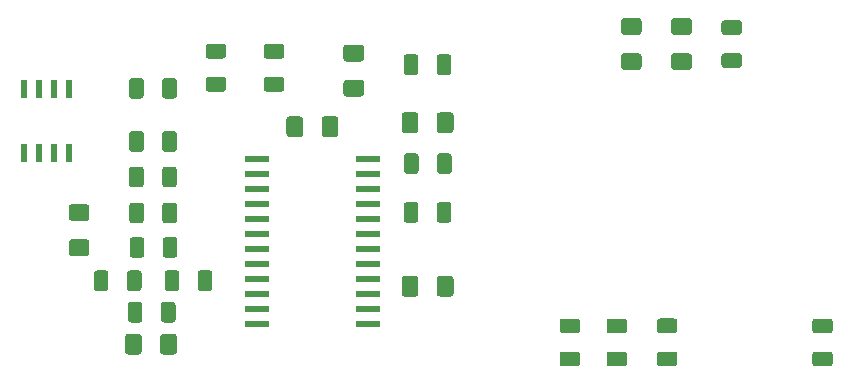
<source format=gtp>
%TF.GenerationSoftware,KiCad,Pcbnew,(5.99.0-1296-g952e7a5fb)*%
%TF.CreationDate,2020-06-12T12:12:59+03:00*%
%TF.ProjectId,TeemoWB,5465656d-6f57-4422-9e6b-696361645f70,1.0*%
%TF.SameCoordinates,Original*%
%TF.FileFunction,Paste,Top*%
%TF.FilePolarity,Positive*%
%FSLAX46Y46*%
G04 Gerber Fmt 4.6, Leading zero omitted, Abs format (unit mm)*
G04 Created by KiCad (PCBNEW (5.99.0-1296-g952e7a5fb)) date 2020-06-12 12:12:59*
%MOMM*%
%LPD*%
G01*
G04 APERTURE LIST*
%ADD10R,2.000000X0.600000*%
%ADD11R,0.600000X1.550000*%
G04 APERTURE END LIST*
D10*
%TO.C,U1*%
X115200000Y-77265000D03*
X115200000Y-78535000D03*
X115200000Y-79805000D03*
X115200000Y-81075000D03*
X115200000Y-82345000D03*
X115200000Y-83615000D03*
X115200000Y-84885000D03*
X115200000Y-86155000D03*
X115200000Y-87425000D03*
X115200000Y-88695000D03*
X115200000Y-89965000D03*
X115200000Y-91235000D03*
X105800000Y-91235000D03*
X105800000Y-89965000D03*
X105800000Y-88695000D03*
X105800000Y-87425000D03*
X105800000Y-86155000D03*
X105800000Y-84885000D03*
X105800000Y-83615000D03*
X105800000Y-82345000D03*
X105800000Y-81075000D03*
X105800000Y-79805000D03*
X105800000Y-78535000D03*
X105800000Y-77265000D03*
%TD*%
%TO.C,R18*%
G36*
G01*
X145375000Y-68275000D02*
X146625000Y-68275000D01*
G75*
G02*
X146875000Y-68525000I0J-250000D01*
G01*
X146875000Y-69275000D01*
G75*
G02*
X146625000Y-69525000I-250000J0D01*
G01*
X145375000Y-69525000D01*
G75*
G02*
X145125000Y-69275000I0J250000D01*
G01*
X145125000Y-68525000D01*
G75*
G02*
X145375000Y-68275000I250000J0D01*
G01*
G37*
G36*
G01*
X145375000Y-65475000D02*
X146625000Y-65475000D01*
G75*
G02*
X146875000Y-65725000I0J-250000D01*
G01*
X146875000Y-66475000D01*
G75*
G02*
X146625000Y-66725000I-250000J0D01*
G01*
X145375000Y-66725000D01*
G75*
G02*
X145125000Y-66475000I0J250000D01*
G01*
X145125000Y-65725000D01*
G75*
G02*
X145375000Y-65475000I250000J0D01*
G01*
G37*
%TD*%
%TO.C,R17*%
G36*
G01*
X135656613Y-93541177D02*
X136906613Y-93541177D01*
G75*
G02*
X137156613Y-93791177I0J-250000D01*
G01*
X137156613Y-94541177D01*
G75*
G02*
X136906613Y-94791177I-250000J0D01*
G01*
X135656613Y-94791177D01*
G75*
G02*
X135406613Y-94541177I0J250000D01*
G01*
X135406613Y-93791177D01*
G75*
G02*
X135656613Y-93541177I250000J0D01*
G01*
G37*
G36*
G01*
X135656613Y-90741177D02*
X136906613Y-90741177D01*
G75*
G02*
X137156613Y-90991177I0J-250000D01*
G01*
X137156613Y-91741177D01*
G75*
G02*
X136906613Y-91991177I-250000J0D01*
G01*
X135656613Y-91991177D01*
G75*
G02*
X135406613Y-91741177I0J250000D01*
G01*
X135406613Y-90991177D01*
G75*
G02*
X135656613Y-90741177I250000J0D01*
G01*
G37*
%TD*%
%TO.C,R16*%
G36*
G01*
X139907008Y-93533138D02*
X141157008Y-93533138D01*
G75*
G02*
X141407008Y-93783138I0J-250000D01*
G01*
X141407008Y-94533138D01*
G75*
G02*
X141157008Y-94783138I-250000J0D01*
G01*
X139907008Y-94783138D01*
G75*
G02*
X139657008Y-94533138I0J250000D01*
G01*
X139657008Y-93783138D01*
G75*
G02*
X139907008Y-93533138I250000J0D01*
G01*
G37*
G36*
G01*
X139907008Y-90733138D02*
X141157008Y-90733138D01*
G75*
G02*
X141407008Y-90983138I0J-250000D01*
G01*
X141407008Y-91733138D01*
G75*
G02*
X141157008Y-91983138I-250000J0D01*
G01*
X139907008Y-91983138D01*
G75*
G02*
X139657008Y-91733138I0J250000D01*
G01*
X139657008Y-90983138D01*
G75*
G02*
X139907008Y-90733138I250000J0D01*
G01*
G37*
%TD*%
%TO.C,R15*%
G36*
G01*
X101705914Y-70275000D02*
X102955914Y-70275000D01*
G75*
G02*
X103205914Y-70525000I0J-250000D01*
G01*
X103205914Y-71275000D01*
G75*
G02*
X102955914Y-71525000I-250000J0D01*
G01*
X101705914Y-71525000D01*
G75*
G02*
X101455914Y-71275000I0J250000D01*
G01*
X101455914Y-70525000D01*
G75*
G02*
X101705914Y-70275000I250000J0D01*
G01*
G37*
G36*
G01*
X101705914Y-67475000D02*
X102955914Y-67475000D01*
G75*
G02*
X103205914Y-67725000I0J-250000D01*
G01*
X103205914Y-68475000D01*
G75*
G02*
X102955914Y-68725000I-250000J0D01*
G01*
X101705914Y-68725000D01*
G75*
G02*
X101455914Y-68475000I0J250000D01*
G01*
X101455914Y-67725000D01*
G75*
G02*
X101705914Y-67475000I250000J0D01*
G01*
G37*
%TD*%
%TO.C,R14*%
G36*
G01*
X107875000Y-68725000D02*
X106625000Y-68725000D01*
G75*
G02*
X106375000Y-68475000I0J250000D01*
G01*
X106375000Y-67725000D01*
G75*
G02*
X106625000Y-67475000I250000J0D01*
G01*
X107875000Y-67475000D01*
G75*
G02*
X108125000Y-67725000I0J-250000D01*
G01*
X108125000Y-68475000D01*
G75*
G02*
X107875000Y-68725000I-250000J0D01*
G01*
G37*
G36*
G01*
X107875000Y-71525000D02*
X106625000Y-71525000D01*
G75*
G02*
X106375000Y-71275000I0J250000D01*
G01*
X106375000Y-70525000D01*
G75*
G02*
X106625000Y-70275000I250000J0D01*
G01*
X107875000Y-70275000D01*
G75*
G02*
X108125000Y-70525000I0J-250000D01*
G01*
X108125000Y-71275000D01*
G75*
G02*
X107875000Y-71525000I-250000J0D01*
G01*
G37*
%TD*%
%TO.C,R13*%
G36*
G01*
X121025000Y-69875000D02*
X121025000Y-68625000D01*
G75*
G02*
X121275000Y-68375000I250000J0D01*
G01*
X122025000Y-68375000D01*
G75*
G02*
X122275000Y-68625000I0J-250000D01*
G01*
X122275000Y-69875000D01*
G75*
G02*
X122025000Y-70125000I-250000J0D01*
G01*
X121275000Y-70125000D01*
G75*
G02*
X121025000Y-69875000I0J250000D01*
G01*
G37*
G36*
G01*
X118225000Y-69875000D02*
X118225000Y-68625000D01*
G75*
G02*
X118475000Y-68375000I250000J0D01*
G01*
X119225000Y-68375000D01*
G75*
G02*
X119475000Y-68625000I0J-250000D01*
G01*
X119475000Y-69875000D01*
G75*
G02*
X119225000Y-70125000I-250000J0D01*
G01*
X118475000Y-70125000D01*
G75*
G02*
X118225000Y-69875000I0J250000D01*
G01*
G37*
%TD*%
%TO.C,R12*%
G36*
G01*
X153059200Y-93536365D02*
X154309200Y-93536365D01*
G75*
G02*
X154559200Y-93786365I0J-250000D01*
G01*
X154559200Y-94536365D01*
G75*
G02*
X154309200Y-94786365I-250000J0D01*
G01*
X153059200Y-94786365D01*
G75*
G02*
X152809200Y-94536365I0J250000D01*
G01*
X152809200Y-93786365D01*
G75*
G02*
X153059200Y-93536365I250000J0D01*
G01*
G37*
G36*
G01*
X153059200Y-90736365D02*
X154309200Y-90736365D01*
G75*
G02*
X154559200Y-90986365I0J-250000D01*
G01*
X154559200Y-91736365D01*
G75*
G02*
X154309200Y-91986365I-250000J0D01*
G01*
X153059200Y-91986365D01*
G75*
G02*
X152809200Y-91736365I0J250000D01*
G01*
X152809200Y-90986365D01*
G75*
G02*
X153059200Y-90736365I250000J0D01*
G01*
G37*
%TD*%
%TO.C,R11*%
G36*
G01*
X131683368Y-93536928D02*
X132933368Y-93536928D01*
G75*
G02*
X133183368Y-93786928I0J-250000D01*
G01*
X133183368Y-94536928D01*
G75*
G02*
X132933368Y-94786928I-250000J0D01*
G01*
X131683368Y-94786928D01*
G75*
G02*
X131433368Y-94536928I0J250000D01*
G01*
X131433368Y-93786928D01*
G75*
G02*
X131683368Y-93536928I250000J0D01*
G01*
G37*
G36*
G01*
X131683368Y-90736928D02*
X132933368Y-90736928D01*
G75*
G02*
X133183368Y-90986928I0J-250000D01*
G01*
X133183368Y-91736928D01*
G75*
G02*
X132933368Y-91986928I-250000J0D01*
G01*
X131683368Y-91986928D01*
G75*
G02*
X131433368Y-91736928I0J250000D01*
G01*
X131433368Y-90986928D01*
G75*
G02*
X131683368Y-90736928I250000J0D01*
G01*
G37*
%TD*%
%TO.C,R10*%
G36*
G01*
X97775000Y-71875000D02*
X97775000Y-70625000D01*
G75*
G02*
X98025000Y-70375000I250000J0D01*
G01*
X98775000Y-70375000D01*
G75*
G02*
X99025000Y-70625000I0J-250000D01*
G01*
X99025000Y-71875000D01*
G75*
G02*
X98775000Y-72125000I-250000J0D01*
G01*
X98025000Y-72125000D01*
G75*
G02*
X97775000Y-71875000I0J250000D01*
G01*
G37*
G36*
G01*
X94975000Y-71875000D02*
X94975000Y-70625000D01*
G75*
G02*
X95225000Y-70375000I250000J0D01*
G01*
X95975000Y-70375000D01*
G75*
G02*
X96225000Y-70625000I0J-250000D01*
G01*
X96225000Y-71875000D01*
G75*
G02*
X95975000Y-72125000I-250000J0D01*
G01*
X95225000Y-72125000D01*
G75*
G02*
X94975000Y-71875000I0J250000D01*
G01*
G37*
%TD*%
%TO.C,R9*%
G36*
G01*
X96240068Y-81174354D02*
X96240068Y-82424354D01*
G75*
G02*
X95990068Y-82674354I-250000J0D01*
G01*
X95240068Y-82674354D01*
G75*
G02*
X94990068Y-82424354I0J250000D01*
G01*
X94990068Y-81174354D01*
G75*
G02*
X95240068Y-80924354I250000J0D01*
G01*
X95990068Y-80924354D01*
G75*
G02*
X96240068Y-81174354I0J-250000D01*
G01*
G37*
G36*
G01*
X99040068Y-81174354D02*
X99040068Y-82424354D01*
G75*
G02*
X98790068Y-82674354I-250000J0D01*
G01*
X98040068Y-82674354D01*
G75*
G02*
X97790068Y-82424354I0J250000D01*
G01*
X97790068Y-81174354D01*
G75*
G02*
X98040068Y-80924354I250000J0D01*
G01*
X98790068Y-80924354D01*
G75*
G02*
X99040068Y-81174354I0J-250000D01*
G01*
G37*
%TD*%
%TO.C,R8*%
G36*
G01*
X96276870Y-84090751D02*
X96276870Y-85340751D01*
G75*
G02*
X96026870Y-85590751I-250000J0D01*
G01*
X95276870Y-85590751D01*
G75*
G02*
X95026870Y-85340751I0J250000D01*
G01*
X95026870Y-84090751D01*
G75*
G02*
X95276870Y-83840751I250000J0D01*
G01*
X96026870Y-83840751D01*
G75*
G02*
X96276870Y-84090751I0J-250000D01*
G01*
G37*
G36*
G01*
X99076870Y-84090751D02*
X99076870Y-85340751D01*
G75*
G02*
X98826870Y-85590751I-250000J0D01*
G01*
X98076870Y-85590751D01*
G75*
G02*
X97826870Y-85340751I0J250000D01*
G01*
X97826870Y-84090751D01*
G75*
G02*
X98076870Y-83840751I250000J0D01*
G01*
X98826870Y-83840751D01*
G75*
G02*
X99076870Y-84090751I0J-250000D01*
G01*
G37*
%TD*%
%TO.C,R7*%
G36*
G01*
X121051691Y-78241380D02*
X121051691Y-76991380D01*
G75*
G02*
X121301691Y-76741380I250000J0D01*
G01*
X122051691Y-76741380D01*
G75*
G02*
X122301691Y-76991380I0J-250000D01*
G01*
X122301691Y-78241380D01*
G75*
G02*
X122051691Y-78491380I-250000J0D01*
G01*
X121301691Y-78491380D01*
G75*
G02*
X121051691Y-78241380I0J250000D01*
G01*
G37*
G36*
G01*
X118251691Y-78241380D02*
X118251691Y-76991380D01*
G75*
G02*
X118501691Y-76741380I250000J0D01*
G01*
X119251691Y-76741380D01*
G75*
G02*
X119501691Y-76991380I0J-250000D01*
G01*
X119501691Y-78241380D01*
G75*
G02*
X119251691Y-78491380I-250000J0D01*
G01*
X118501691Y-78491380D01*
G75*
G02*
X118251691Y-78241380I0J250000D01*
G01*
G37*
%TD*%
%TO.C,R6*%
G36*
G01*
X97775000Y-79377972D02*
X97775000Y-78127972D01*
G75*
G02*
X98025000Y-77877972I250000J0D01*
G01*
X98775000Y-77877972D01*
G75*
G02*
X99025000Y-78127972I0J-250000D01*
G01*
X99025000Y-79377972D01*
G75*
G02*
X98775000Y-79627972I-250000J0D01*
G01*
X98025000Y-79627972D01*
G75*
G02*
X97775000Y-79377972I0J250000D01*
G01*
G37*
G36*
G01*
X94975000Y-79377972D02*
X94975000Y-78127972D01*
G75*
G02*
X95225000Y-77877972I250000J0D01*
G01*
X95975000Y-77877972D01*
G75*
G02*
X96225000Y-78127972I0J-250000D01*
G01*
X96225000Y-79377972D01*
G75*
G02*
X95975000Y-79627972I-250000J0D01*
G01*
X95225000Y-79627972D01*
G75*
G02*
X94975000Y-79377972I0J250000D01*
G01*
G37*
%TD*%
%TO.C,R5*%
G36*
G01*
X97664400Y-90824440D02*
X97664400Y-89574440D01*
G75*
G02*
X97914400Y-89324440I250000J0D01*
G01*
X98664400Y-89324440D01*
G75*
G02*
X98914400Y-89574440I0J-250000D01*
G01*
X98914400Y-90824440D01*
G75*
G02*
X98664400Y-91074440I-250000J0D01*
G01*
X97914400Y-91074440D01*
G75*
G02*
X97664400Y-90824440I0J250000D01*
G01*
G37*
G36*
G01*
X94864400Y-90824440D02*
X94864400Y-89574440D01*
G75*
G02*
X95114400Y-89324440I250000J0D01*
G01*
X95864400Y-89324440D01*
G75*
G02*
X96114400Y-89574440I0J-250000D01*
G01*
X96114400Y-90824440D01*
G75*
G02*
X95864400Y-91074440I-250000J0D01*
G01*
X95114400Y-91074440D01*
G75*
G02*
X94864400Y-90824440I0J250000D01*
G01*
G37*
%TD*%
%TO.C,R4*%
G36*
G01*
X121025000Y-82375000D02*
X121025000Y-81125000D01*
G75*
G02*
X121275000Y-80875000I250000J0D01*
G01*
X122025000Y-80875000D01*
G75*
G02*
X122275000Y-81125000I0J-250000D01*
G01*
X122275000Y-82375000D01*
G75*
G02*
X122025000Y-82625000I-250000J0D01*
G01*
X121275000Y-82625000D01*
G75*
G02*
X121025000Y-82375000I0J250000D01*
G01*
G37*
G36*
G01*
X118225000Y-82375000D02*
X118225000Y-81125000D01*
G75*
G02*
X118475000Y-80875000I250000J0D01*
G01*
X119225000Y-80875000D01*
G75*
G02*
X119475000Y-81125000I0J-250000D01*
G01*
X119475000Y-82375000D01*
G75*
G02*
X119225000Y-82625000I-250000J0D01*
G01*
X118475000Y-82625000D01*
G75*
G02*
X118225000Y-82375000I0J250000D01*
G01*
G37*
%TD*%
%TO.C,R3*%
G36*
G01*
X94784242Y-88167399D02*
X94784242Y-86917399D01*
G75*
G02*
X95034242Y-86667399I250000J0D01*
G01*
X95784242Y-86667399D01*
G75*
G02*
X96034242Y-86917399I0J-250000D01*
G01*
X96034242Y-88167399D01*
G75*
G02*
X95784242Y-88417399I-250000J0D01*
G01*
X95034242Y-88417399D01*
G75*
G02*
X94784242Y-88167399I0J250000D01*
G01*
G37*
G36*
G01*
X91984242Y-88167399D02*
X91984242Y-86917399D01*
G75*
G02*
X92234242Y-86667399I250000J0D01*
G01*
X92984242Y-86667399D01*
G75*
G02*
X93234242Y-86917399I0J-250000D01*
G01*
X93234242Y-88167399D01*
G75*
G02*
X92984242Y-88417399I-250000J0D01*
G01*
X92234242Y-88417399D01*
G75*
G02*
X91984242Y-88167399I0J250000D01*
G01*
G37*
%TD*%
%TO.C,R2*%
G36*
G01*
X96225000Y-75125001D02*
X96225000Y-76375001D01*
G75*
G02*
X95975000Y-76625001I-250000J0D01*
G01*
X95225000Y-76625001D01*
G75*
G02*
X94975000Y-76375001I0J250000D01*
G01*
X94975000Y-75125001D01*
G75*
G02*
X95225000Y-74875001I250000J0D01*
G01*
X95975000Y-74875001D01*
G75*
G02*
X96225000Y-75125001I0J-250000D01*
G01*
G37*
G36*
G01*
X99025000Y-75125001D02*
X99025000Y-76375001D01*
G75*
G02*
X98775000Y-76625001I-250000J0D01*
G01*
X98025000Y-76625001D01*
G75*
G02*
X97775000Y-76375001I0J250000D01*
G01*
X97775000Y-75125001D01*
G75*
G02*
X98025000Y-74875001I250000J0D01*
G01*
X98775000Y-74875001D01*
G75*
G02*
X99025000Y-75125001I0J-250000D01*
G01*
G37*
%TD*%
%TO.C,R1*%
G36*
G01*
X100790894Y-88159860D02*
X100790894Y-86909860D01*
G75*
G02*
X101040894Y-86659860I250000J0D01*
G01*
X101790894Y-86659860D01*
G75*
G02*
X102040894Y-86909860I0J-250000D01*
G01*
X102040894Y-88159860D01*
G75*
G02*
X101790894Y-88409860I-250000J0D01*
G01*
X101040894Y-88409860D01*
G75*
G02*
X100790894Y-88159860I0J250000D01*
G01*
G37*
G36*
G01*
X97990894Y-88159860D02*
X97990894Y-86909860D01*
G75*
G02*
X98240894Y-86659860I250000J0D01*
G01*
X98990894Y-86659860D01*
G75*
G02*
X99240894Y-86909860I0J-250000D01*
G01*
X99240894Y-88159860D01*
G75*
G02*
X98990894Y-88409860I-250000J0D01*
G01*
X98240894Y-88409860D01*
G75*
G02*
X97990894Y-88159860I0J250000D01*
G01*
G37*
%TD*%
D11*
%TO.C,Q1*%
X86095000Y-71300000D03*
X87365000Y-71300000D03*
X88635000Y-71300000D03*
X89905000Y-71300000D03*
X89905000Y-76700000D03*
X88635000Y-76700000D03*
X87365000Y-76700000D03*
X86095000Y-76700000D03*
%TD*%
%TO.C,C9*%
G36*
G01*
X136875000Y-68275000D02*
X138125000Y-68275000D01*
G75*
G02*
X138375000Y-68525000I0J-250000D01*
G01*
X138375000Y-69450000D01*
G75*
G02*
X138125000Y-69700000I-250000J0D01*
G01*
X136875000Y-69700000D01*
G75*
G02*
X136625000Y-69450000I0J250000D01*
G01*
X136625000Y-68525000D01*
G75*
G02*
X136875000Y-68275000I250000J0D01*
G01*
G37*
G36*
G01*
X136875000Y-65300000D02*
X138125000Y-65300000D01*
G75*
G02*
X138375000Y-65550000I0J-250000D01*
G01*
X138375000Y-66475000D01*
G75*
G02*
X138125000Y-66725000I-250000J0D01*
G01*
X136875000Y-66725000D01*
G75*
G02*
X136625000Y-66475000I0J250000D01*
G01*
X136625000Y-65550000D01*
G75*
G02*
X136875000Y-65300000I250000J0D01*
G01*
G37*
%TD*%
%TO.C,C8*%
G36*
G01*
X141125000Y-68275000D02*
X142375000Y-68275000D01*
G75*
G02*
X142625000Y-68525000I0J-250000D01*
G01*
X142625000Y-69450000D01*
G75*
G02*
X142375000Y-69700000I-250000J0D01*
G01*
X141125000Y-69700000D01*
G75*
G02*
X140875000Y-69450000I0J250000D01*
G01*
X140875000Y-68525000D01*
G75*
G02*
X141125000Y-68275000I250000J0D01*
G01*
G37*
G36*
G01*
X141125000Y-65300000D02*
X142375000Y-65300000D01*
G75*
G02*
X142625000Y-65550000I0J-250000D01*
G01*
X142625000Y-66475000D01*
G75*
G02*
X142375000Y-66725000I-250000J0D01*
G01*
X141125000Y-66725000D01*
G75*
G02*
X140875000Y-66475000I0J250000D01*
G01*
X140875000Y-65550000D01*
G75*
G02*
X141125000Y-65300000I250000J0D01*
G01*
G37*
%TD*%
%TO.C,C7*%
G36*
G01*
X121025000Y-74787263D02*
X121025000Y-73537263D01*
G75*
G02*
X121275000Y-73287263I250000J0D01*
G01*
X122200000Y-73287263D01*
G75*
G02*
X122450000Y-73537263I0J-250000D01*
G01*
X122450000Y-74787263D01*
G75*
G02*
X122200000Y-75037263I-250000J0D01*
G01*
X121275000Y-75037263D01*
G75*
G02*
X121025000Y-74787263I0J250000D01*
G01*
G37*
G36*
G01*
X118050000Y-74787263D02*
X118050000Y-73537263D01*
G75*
G02*
X118300000Y-73287263I250000J0D01*
G01*
X119225000Y-73287263D01*
G75*
G02*
X119475000Y-73537263I0J-250000D01*
G01*
X119475000Y-74787263D01*
G75*
G02*
X119225000Y-75037263I-250000J0D01*
G01*
X118300000Y-75037263D01*
G75*
G02*
X118050000Y-74787263I0J250000D01*
G01*
G37*
%TD*%
%TO.C,C6*%
G36*
G01*
X114625000Y-68975000D02*
X113375000Y-68975000D01*
G75*
G02*
X113125000Y-68725000I0J250000D01*
G01*
X113125000Y-67800000D01*
G75*
G02*
X113375000Y-67550000I250000J0D01*
G01*
X114625000Y-67550000D01*
G75*
G02*
X114875000Y-67800000I0J-250000D01*
G01*
X114875000Y-68725000D01*
G75*
G02*
X114625000Y-68975000I-250000J0D01*
G01*
G37*
G36*
G01*
X114625000Y-71950000D02*
X113375000Y-71950000D01*
G75*
G02*
X113125000Y-71700000I0J250000D01*
G01*
X113125000Y-70775000D01*
G75*
G02*
X113375000Y-70525000I250000J0D01*
G01*
X114625000Y-70525000D01*
G75*
G02*
X114875000Y-70775000I0J-250000D01*
G01*
X114875000Y-71700000D01*
G75*
G02*
X114625000Y-71950000I-250000J0D01*
G01*
G37*
%TD*%
%TO.C,C5*%
G36*
G01*
X111275000Y-75125000D02*
X111275000Y-73875000D01*
G75*
G02*
X111525000Y-73625000I250000J0D01*
G01*
X112450000Y-73625000D01*
G75*
G02*
X112700000Y-73875000I0J-250000D01*
G01*
X112700000Y-75125000D01*
G75*
G02*
X112450000Y-75375000I-250000J0D01*
G01*
X111525000Y-75375000D01*
G75*
G02*
X111275000Y-75125000I0J250000D01*
G01*
G37*
G36*
G01*
X108300000Y-75125000D02*
X108300000Y-73875000D01*
G75*
G02*
X108550000Y-73625000I250000J0D01*
G01*
X109475000Y-73625000D01*
G75*
G02*
X109725000Y-73875000I0J-250000D01*
G01*
X109725000Y-75125000D01*
G75*
G02*
X109475000Y-75375000I-250000J0D01*
G01*
X108550000Y-75375000D01*
G75*
G02*
X108300000Y-75125000I0J250000D01*
G01*
G37*
%TD*%
%TO.C,C4*%
G36*
G01*
X121025000Y-88625000D02*
X121025000Y-87375000D01*
G75*
G02*
X121275000Y-87125000I250000J0D01*
G01*
X122200000Y-87125000D01*
G75*
G02*
X122450000Y-87375000I0J-250000D01*
G01*
X122450000Y-88625000D01*
G75*
G02*
X122200000Y-88875000I-250000J0D01*
G01*
X121275000Y-88875000D01*
G75*
G02*
X121025000Y-88625000I0J250000D01*
G01*
G37*
G36*
G01*
X118050000Y-88625000D02*
X118050000Y-87375000D01*
G75*
G02*
X118300000Y-87125000I250000J0D01*
G01*
X119225000Y-87125000D01*
G75*
G02*
X119475000Y-87375000I0J-250000D01*
G01*
X119475000Y-88625000D01*
G75*
G02*
X119225000Y-88875000I-250000J0D01*
G01*
X118300000Y-88875000D01*
G75*
G02*
X118050000Y-88625000I0J250000D01*
G01*
G37*
%TD*%
%TO.C,C3*%
G36*
G01*
X97607562Y-93534523D02*
X97607562Y-92284523D01*
G75*
G02*
X97857562Y-92034523I250000J0D01*
G01*
X98782562Y-92034523D01*
G75*
G02*
X99032562Y-92284523I0J-250000D01*
G01*
X99032562Y-93534523D01*
G75*
G02*
X98782562Y-93784523I-250000J0D01*
G01*
X97857562Y-93784523D01*
G75*
G02*
X97607562Y-93534523I0J250000D01*
G01*
G37*
G36*
G01*
X94632562Y-93534523D02*
X94632562Y-92284523D01*
G75*
G02*
X94882562Y-92034523I250000J0D01*
G01*
X95807562Y-92034523D01*
G75*
G02*
X96057562Y-92284523I0J-250000D01*
G01*
X96057562Y-93534523D01*
G75*
G02*
X95807562Y-93784523I-250000J0D01*
G01*
X94882562Y-93784523D01*
G75*
G02*
X94632562Y-93534523I0J250000D01*
G01*
G37*
%TD*%
%TO.C,C2*%
G36*
G01*
X90125000Y-84025000D02*
X91375000Y-84025000D01*
G75*
G02*
X91625000Y-84275000I0J-250000D01*
G01*
X91625000Y-85200000D01*
G75*
G02*
X91375000Y-85450000I-250000J0D01*
G01*
X90125000Y-85450000D01*
G75*
G02*
X89875000Y-85200000I0J250000D01*
G01*
X89875000Y-84275000D01*
G75*
G02*
X90125000Y-84025000I250000J0D01*
G01*
G37*
G36*
G01*
X90125000Y-81050000D02*
X91375000Y-81050000D01*
G75*
G02*
X91625000Y-81300000I0J-250000D01*
G01*
X91625000Y-82225000D01*
G75*
G02*
X91375000Y-82475000I-250000J0D01*
G01*
X90125000Y-82475000D01*
G75*
G02*
X89875000Y-82225000I0J250000D01*
G01*
X89875000Y-81300000D01*
G75*
G02*
X90125000Y-81050000I250000J0D01*
G01*
G37*
%TD*%
M02*

</source>
